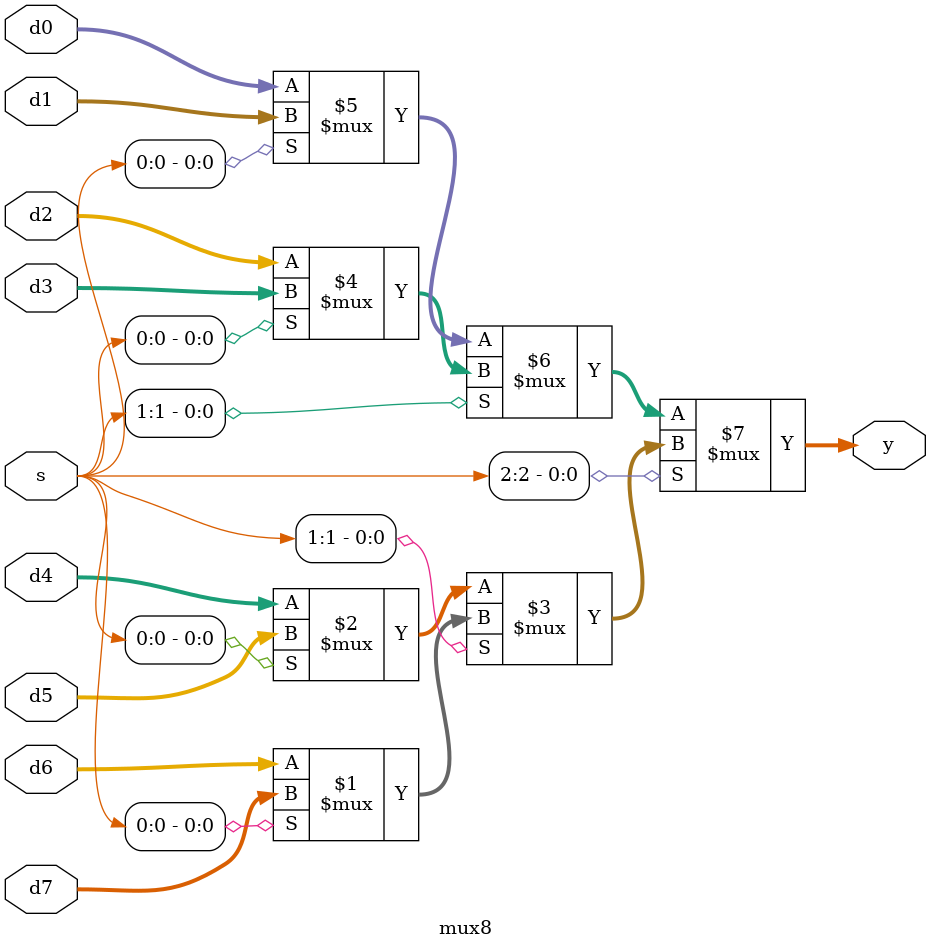
<source format=v>
`timescale 1ns / 1ps

module mux8 #(parameter WIDTH = 32)(
	input wire[WIDTH-1:0] d0,d1,d2,d3,d4,d5,d6,d7,
	input wire[2:0] s,
	output wire[WIDTH-1:0] y
    );

	assign y = s[2]?(s[1]?(s[0]?d7:
                                d6):
                          (s[0]?d5:
                                d4)):
                    (s[1]?(s[0]?d3:
                                d2):
                          (s[0]?d1:
                                d0));
endmodule
</source>
